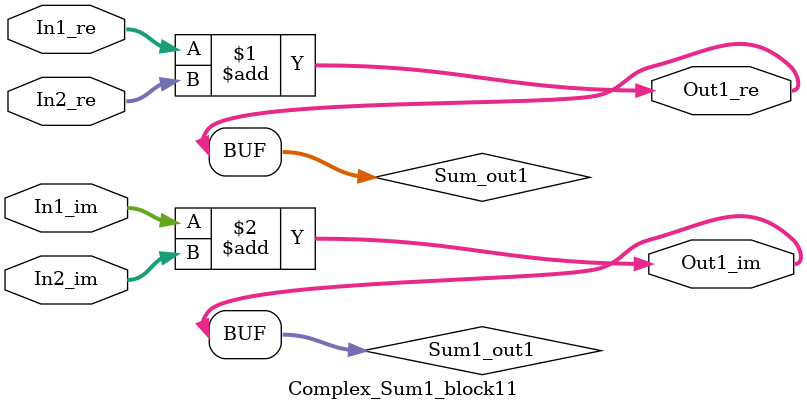
<source format=v>



`timescale 1 ns / 1 ns

module Complex_Sum1_block11
          (In1_re,
           In1_im,
           In2_re,
           In2_im,
           Out1_re,
           Out1_im);


  input   signed [36:0] In1_re;  // sfix37_En22
  input   signed [36:0] In1_im;  // sfix37_En22
  input   signed [36:0] In2_re;  // sfix37_En22
  input   signed [36:0] In2_im;  // sfix37_En22
  output  signed [36:0] Out1_re;  // sfix37_En22
  output  signed [36:0] Out1_im;  // sfix37_En22


  wire signed [36:0] Sum_out1;  // sfix37_En22
  wire signed [36:0] Sum1_out1;  // sfix37_En22


  assign Sum_out1 = In1_re + In2_re;



  assign Out1_re = Sum_out1;

  assign Sum1_out1 = In1_im + In2_im;



  assign Out1_im = Sum1_out1;

endmodule  // Complex_Sum1_block11


</source>
